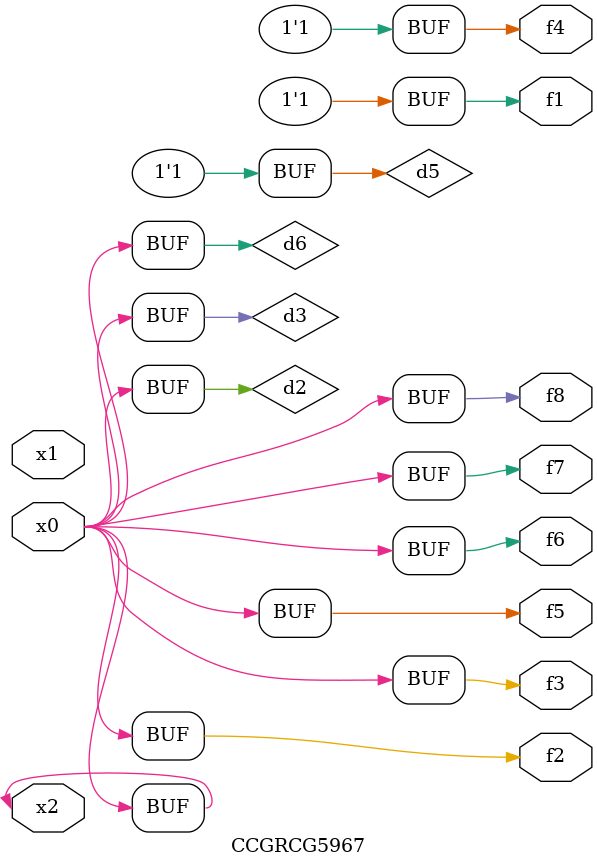
<source format=v>
module CCGRCG5967(
	input x0, x1, x2,
	output f1, f2, f3, f4, f5, f6, f7, f8
);

	wire d1, d2, d3, d4, d5, d6;

	xnor (d1, x2);
	buf (d2, x0, x2);
	and (d3, x0);
	xnor (d4, x1, x2);
	nand (d5, d1, d3);
	buf (d6, d2, d3);
	assign f1 = d5;
	assign f2 = d6;
	assign f3 = d6;
	assign f4 = d5;
	assign f5 = d6;
	assign f6 = d6;
	assign f7 = d6;
	assign f8 = d6;
endmodule

</source>
